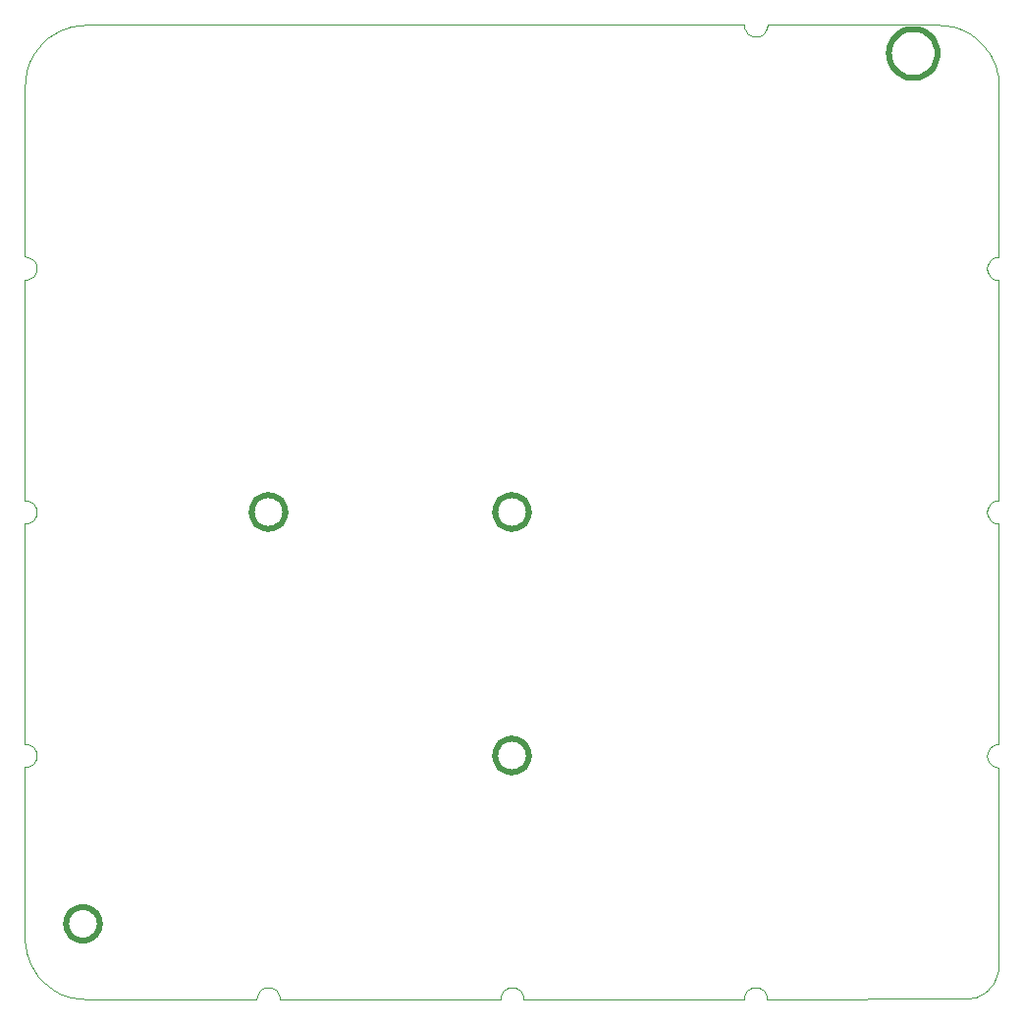
<source format=gko>
G04*
G04 #@! TF.GenerationSoftware,Altium Limited,Altium Designer,23.3.1 (30)*
G04*
G04 Layer_Color=16711935*
%FSLAX26Y26*%
%MOIN*%
G70*
G04*
G04 #@! TF.SameCoordinates,AF54F826-5E14-49BB-B143-2C6BD7E0847E*
G04*
G04*
G04 #@! TF.FilePolarity,Positive*
G04*
G01*
G75*
%ADD17C,0.003937*%
%ADD54C,0.019685*%
D17*
X-788386Y-1653543D02*
X-789727Y-1643354D01*
X-793660Y-1633858D01*
X-799917Y-1625704D01*
X-808071Y-1619448D01*
X-817566Y-1615515D01*
X-827756Y-1614173D01*
X-837946Y-1615515D01*
X-847441Y-1619448D01*
X-855595Y-1625704D01*
X-861851Y-1633858D01*
X-865784Y-1643354D01*
X-867126Y-1653543D01*
X39370D02*
X38029Y-1643354D01*
X34096Y-1633858D01*
X27839Y-1625704D01*
X19685Y-1619448D01*
X10190Y-1615515D01*
X0Y-1614173D01*
X-10190Y-1615515D01*
X-19685Y-1619448D01*
X-27839Y-1625704D01*
X-34096Y-1633858D01*
X-38029Y-1643354D01*
X-39370Y-1653543D01*
X866142D02*
X864800Y-1643354D01*
X860867Y-1633858D01*
X854611Y-1625704D01*
X846457Y-1619448D01*
X836961Y-1615515D01*
X826772Y-1614173D01*
X816582Y-1615515D01*
X807087Y-1619448D01*
X798933Y-1625704D01*
X792676Y-1633858D01*
X788743Y-1643354D01*
X787402Y-1653543D01*
X788386Y1653543D02*
X789727Y1643353D01*
X793660Y1633858D01*
X799917Y1625704D01*
X808071Y1619448D01*
X817566Y1615515D01*
X827756Y1614173D01*
X837946Y1615515D01*
X847441Y1619448D01*
X855595Y1625704D01*
X861851Y1633858D01*
X865784Y1643353D01*
X867126Y1653543D01*
X1652559Y866142D02*
X1642369Y864800D01*
X1632874Y860867D01*
X1624720Y854611D01*
X1618464Y846457D01*
X1614530Y836962D01*
X1613189Y826772D01*
X1614530Y816582D01*
X1618464Y807087D01*
X1624720Y798933D01*
X1632874Y792676D01*
X1642369Y788743D01*
X1652559Y787402D01*
Y39370D02*
X1642369Y38029D01*
X1632874Y34096D01*
X1624720Y27839D01*
X1618464Y19685D01*
X1614530Y10190D01*
X1613189Y0D01*
X1614530Y-10190D01*
X1618464Y-19685D01*
X1624720Y-27839D01*
X1632874Y-34095D01*
X1642369Y-38029D01*
X1652559Y-39370D01*
Y-788386D02*
X1642369Y-789727D01*
X1632874Y-793660D01*
X1624720Y-799917D01*
X1618464Y-808071D01*
X1614530Y-817566D01*
X1613189Y-827756D01*
X1614530Y-837946D01*
X1618464Y-847441D01*
X1624720Y-855595D01*
X1632874Y-861851D01*
X1642369Y-865784D01*
X1652559Y-867126D01*
X-1653543Y-866142D02*
X-1643354Y-864800D01*
X-1633858Y-860867D01*
X-1625705Y-854611D01*
X-1619448Y-846457D01*
X-1615515Y-836962D01*
X-1614173Y-826772D01*
X-1615515Y-816582D01*
X-1619448Y-807087D01*
X-1625705Y-798933D01*
X-1633858Y-792676D01*
X-1643354Y-788743D01*
X-1653543Y-787402D01*
Y-39370D02*
X-1643354Y-38029D01*
X-1633858Y-34096D01*
X-1625705Y-27839D01*
X-1619448Y-19685D01*
X-1615515Y-10190D01*
X-1614173Y-0D01*
X-1615515Y10190D01*
X-1619448Y19685D01*
X-1625705Y27839D01*
X-1633858Y34095D01*
X-1643354Y38029D01*
X-1653543Y39370D01*
Y788386D02*
X-1643354Y789727D01*
X-1633858Y793660D01*
X-1625705Y799917D01*
X-1619448Y808071D01*
X-1615515Y817566D01*
X-1614173Y827756D01*
X-1615515Y837946D01*
X-1619448Y847441D01*
X-1625705Y855595D01*
X-1633858Y861851D01*
X-1643354Y865784D01*
X-1653543Y867126D01*
X1652560Y1446850D02*
X1652360Y1456945D01*
X1651666Y1467017D01*
X1650477Y1477044D01*
X1648799Y1487001D01*
X1646634Y1496862D01*
X1643987Y1506606D01*
X1640866Y1516209D01*
X1637277Y1525646D01*
X1633230Y1534896D01*
X1628734Y1543937D01*
X1623799Y1552745D01*
X1618438Y1561302D01*
X1612664Y1569584D01*
X1606490Y1577574D01*
X1599932Y1585251D01*
X1593005Y1592596D01*
X1585725Y1599593D01*
X1578112Y1606225D01*
X1570182Y1612475D01*
X1561955Y1618328D01*
X1553450Y1623771D01*
X1544689Y1628789D01*
X1535692Y1633372D01*
X1526481Y1637508D01*
X1517078Y1641187D01*
X1507506Y1644399D01*
X1497788Y1647139D01*
X1487947Y1649398D01*
X1478008Y1651172D01*
X1467993Y1652456D01*
X1457927Y1653247D01*
X1447835Y1653543D01*
X1544591Y-1650587D02*
X1554336Y-1650183D01*
X1564001Y-1648882D01*
X1573505Y-1646694D01*
X1582767Y-1643639D01*
X1591707Y-1639743D01*
X1600249Y-1635038D01*
X1608321Y-1629565D01*
X1615854Y-1623371D01*
X1622783Y-1616508D01*
X1629049Y-1609035D01*
X1634599Y-1601015D01*
X1639385Y-1592518D01*
X1643367Y-1583616D01*
X1646511Y-1574383D01*
X1648789Y-1564901D01*
X1650182Y-1555248D01*
X1650679Y-1545509D01*
X-1653543Y-1446850D02*
X-1653343Y-1456945D01*
X-1652649Y-1467018D01*
X-1651461Y-1477045D01*
X-1649782Y-1487001D01*
X-1647617Y-1496863D01*
X-1644971Y-1506607D01*
X-1641849Y-1516209D01*
X-1638261Y-1525647D01*
X-1634213Y-1534897D01*
X-1629717Y-1543937D01*
X-1624782Y-1552746D01*
X-1619421Y-1561302D01*
X-1613647Y-1569585D01*
X-1607473Y-1577574D01*
X-1600915Y-1585251D01*
X-1593988Y-1592597D01*
X-1586708Y-1599594D01*
X-1579095Y-1606225D01*
X-1571165Y-1612475D01*
X-1562938Y-1618328D01*
X-1554433Y-1623771D01*
X-1545672Y-1628790D01*
X-1536675Y-1633372D01*
X-1527464Y-1637508D01*
X-1518061Y-1641187D01*
X-1508489Y-1644400D01*
X-1498771Y-1647139D01*
X-1488931Y-1649399D01*
X-1478991Y-1651172D01*
X-1468976Y-1652456D01*
X-1458910Y-1653247D01*
X-1448818Y-1653543D01*
X-1446849Y1653543D02*
X-1456944Y1653343D01*
X-1467017Y1652649D01*
X-1477044Y1651461D01*
X-1487000Y1649782D01*
X-1496862Y1647617D01*
X-1506606Y1644971D01*
X-1516208Y1641850D01*
X-1525646Y1638261D01*
X-1534896Y1634214D01*
X-1543936Y1629717D01*
X-1552745Y1624782D01*
X-1561301Y1619421D01*
X-1569584Y1613647D01*
X-1577573Y1607474D01*
X-1585250Y1600915D01*
X-1592596Y1593988D01*
X-1599593Y1586709D01*
X-1606225Y1579095D01*
X-1612474Y1571165D01*
X-1618328Y1562938D01*
X-1623770Y1554434D01*
X-1628789Y1545672D01*
X-1633371Y1536675D01*
X-1637507Y1527465D01*
X-1641186Y1518062D01*
X-1644399Y1508490D01*
X-1647139Y1498772D01*
X-1649398Y1488931D01*
X-1651172Y1478991D01*
X-1652456Y1468976D01*
X-1653246Y1458910D01*
X-1653543Y1448818D01*
X1650679Y-1545509D02*
X1652560Y-867126D01*
X-1447835Y-1653543D02*
X-867125D01*
X-788385D02*
X-39369D01*
X39371D02*
X787403D01*
X866143D02*
X1544592Y-1650587D01*
X1652560Y39370D02*
Y787402D01*
Y-788386D02*
Y-39370D01*
X-1653543Y-1446850D02*
Y-866142D01*
Y-787402D02*
Y-39370D01*
Y39370D02*
Y788386D01*
Y867126D02*
Y1447834D01*
X1652560Y866142D02*
Y1446850D01*
X-866141Y1653543D02*
X788387Y1653543D01*
X867127D02*
X1447835D01*
X-1446849D02*
X-866141D01*
D54*
X1445294Y1556890D02*
X1444690Y1566881D01*
X1442886Y1576727D01*
X1439908Y1586284D01*
X1435800Y1595412D01*
X1430621Y1603978D01*
X1424448Y1611858D01*
X1417370Y1618936D01*
X1409490Y1625109D01*
X1400924Y1630288D01*
X1391796Y1634396D01*
X1382239Y1637374D01*
X1372393Y1639178D01*
X1362402Y1639783D01*
X1352410Y1639178D01*
X1342564Y1637374D01*
X1333007Y1634396D01*
X1323879Y1630288D01*
X1315313Y1625109D01*
X1307433Y1618936D01*
X1300355Y1611858D01*
X1294182Y1603978D01*
X1289004Y1595412D01*
X1284895Y1586284D01*
X1281917Y1576727D01*
X1280113Y1566881D01*
X1279509Y1556890D01*
X1280113Y1546898D01*
X1281917Y1537052D01*
X1284895Y1527495D01*
X1289004Y1518368D01*
X1294182Y1509801D01*
X1300355Y1501922D01*
X1307434Y1494843D01*
X1315313Y1488670D01*
X1323880Y1483492D01*
X1333007Y1479383D01*
X1342564Y1476406D01*
X1352410Y1474601D01*
X1362402Y1473997D01*
X1372393Y1474601D01*
X1382239Y1476406D01*
X1391796Y1479384D01*
X1400924Y1483492D01*
X1409490Y1488670D01*
X1417370Y1494844D01*
X1424448Y1501922D01*
X1430621Y1509801D01*
X1435800Y1518368D01*
X1439908Y1527495D01*
X1442886Y1537052D01*
X1444690Y1546898D01*
X1445294Y1556890D01*
X-1399598Y-1397638D02*
X-1400465Y-1387723D01*
X-1403041Y-1378110D01*
X-1407247Y-1369090D01*
X-1412956Y-1360938D01*
X-1419993Y-1353900D01*
X-1428145Y-1348192D01*
X-1437165Y-1343986D01*
X-1446778Y-1341410D01*
X-1456693Y-1340543D01*
X-1466607Y-1341410D01*
X-1476221Y-1343986D01*
X-1485240Y-1348192D01*
X-1493393Y-1353900D01*
X-1500430Y-1360938D01*
X-1506139Y-1369090D01*
X-1510345Y-1378110D01*
X-1512921Y-1387723D01*
X-1513788Y-1397638D01*
X-1512921Y-1407552D01*
X-1510345Y-1417166D01*
X-1506139Y-1426185D01*
X-1500430Y-1434338D01*
X-1493393Y-1441375D01*
X-1485240Y-1447084D01*
X-1476221Y-1451290D01*
X-1466607Y-1453866D01*
X-1456693Y-1454733D01*
X-1446778Y-1453866D01*
X-1437165Y-1451290D01*
X-1428145Y-1447084D01*
X-1419993Y-1441375D01*
X-1412956Y-1434338D01*
X-1407247Y-1426185D01*
X-1403041Y-1417166D01*
X-1400465Y-1407552D01*
X-1399598Y-1397638D01*
X-769677Y0D02*
X-770544Y9915D01*
X-773120Y19528D01*
X-777326Y28548D01*
X-783034Y36700D01*
X-790072Y43737D01*
X-798224Y49446D01*
X-807244Y53652D01*
X-816857Y56228D01*
X-826772Y57095D01*
X-836686Y56228D01*
X-846299Y53652D01*
X-855319Y49446D01*
X-863472Y43737D01*
X-870509Y36700D01*
X-876217Y28548D01*
X-880423Y19528D01*
X-882999Y9915D01*
X-883867Y0D01*
X-882999Y-9915D01*
X-880423Y-19528D01*
X-876217Y-28548D01*
X-870509Y-36700D01*
X-863472Y-43737D01*
X-855319Y-49446D01*
X-846299Y-53652D01*
X-836686Y-56228D01*
X-826772Y-57095D01*
X-816857Y-56228D01*
X-807244Y-53652D01*
X-798224Y-49446D01*
X-790072Y-43737D01*
X-783034Y-36700D01*
X-777326Y-28548D01*
X-773120Y-19528D01*
X-770544Y-9915D01*
X-769677Y0D01*
X57095D02*
X56228Y9915D01*
X53652Y19528D01*
X49446Y28548D01*
X43737Y36700D01*
X36700Y43737D01*
X28548Y49446D01*
X19528Y53652D01*
X9915Y56228D01*
X0Y57095D01*
X-9915Y56228D01*
X-19528Y53652D01*
X-28548Y49446D01*
X-36700Y43737D01*
X-43737Y36700D01*
X-49446Y28548D01*
X-53652Y19528D01*
X-56228Y9915D01*
X-57095Y0D01*
X-56228Y-9915D01*
X-53652Y-19528D01*
X-49446Y-28548D01*
X-43737Y-36700D01*
X-36700Y-43737D01*
X-28548Y-49446D01*
X-19528Y-53652D01*
X-9915Y-56228D01*
X0Y-57095D01*
X9915Y-56228D01*
X19528Y-53652D01*
X28548Y-49446D01*
X36700Y-43737D01*
X43737Y-36700D01*
X49446Y-28548D01*
X53652Y-19528D01*
X56228Y-9915D01*
X57095Y0D01*
Y-826772D02*
X56228Y-816857D01*
X53652Y-807244D01*
X49446Y-798224D01*
X43737Y-790072D01*
X36700Y-783034D01*
X28548Y-777326D01*
X19528Y-773120D01*
X9915Y-770544D01*
X0Y-769677D01*
X-9915Y-770544D01*
X-19528Y-773120D01*
X-28548Y-777326D01*
X-36700Y-783034D01*
X-43737Y-790072D01*
X-49446Y-798224D01*
X-53652Y-807244D01*
X-56228Y-816857D01*
X-57095Y-826772D01*
X-56228Y-836686D01*
X-53652Y-846299D01*
X-49446Y-855319D01*
X-43737Y-863472D01*
X-36700Y-870509D01*
X-28548Y-876217D01*
X-19528Y-880423D01*
X-9915Y-882999D01*
X0Y-883867D01*
X9915Y-882999D01*
X19528Y-880423D01*
X28548Y-876217D01*
X36700Y-870509D01*
X43737Y-863472D01*
X49446Y-855319D01*
X53652Y-846299D01*
X56228Y-836686D01*
X57095Y-826772D01*
M02*

</source>
